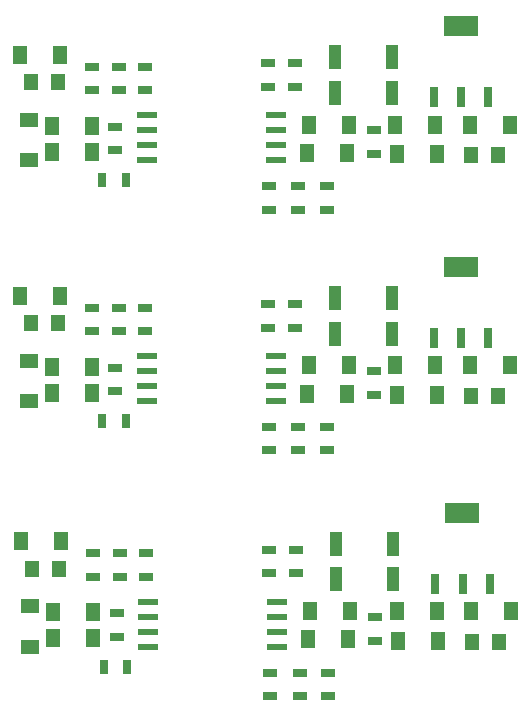
<source format=gtp>
G04 Layer_Color=8421504*
%FSTAX24Y24*%
%MOIN*%
G70*
G01*
G75*
%ADD10R,0.1181X0.0671*%
%ADD11R,0.0315X0.0671*%
%ADD12R,0.0709X0.0236*%
%ADD13R,0.0591X0.0472*%
%ADD14R,0.0472X0.0591*%
%ADD15R,0.0500X0.0550*%
%ADD16R,0.0472X0.0315*%
%ADD17R,0.0394X0.0787*%
%ADD18R,0.0315X0.0472*%
D10*
X029126Y026535D02*
D03*
X029126Y018504D02*
D03*
X029165Y010315D02*
D03*
D11*
X030031Y024173D02*
D03*
X029134D02*
D03*
X02822D02*
D03*
X030031Y016142D02*
D03*
X029134D02*
D03*
X02822D02*
D03*
X030071Y007953D02*
D03*
X029173D02*
D03*
X02826D02*
D03*
D12*
X022945Y023571D02*
D03*
Y023071D02*
D03*
Y022571D02*
D03*
Y022071D02*
D03*
X018649D02*
D03*
Y022571D02*
D03*
Y023071D02*
D03*
Y023571D02*
D03*
X022945Y015539D02*
D03*
Y015039D02*
D03*
Y014539D02*
D03*
Y014039D02*
D03*
X018649D02*
D03*
Y014539D02*
D03*
Y015039D02*
D03*
Y015539D02*
D03*
X022984Y00735D02*
D03*
Y00685D02*
D03*
Y00635D02*
D03*
Y00585D02*
D03*
X018688D02*
D03*
Y00635D02*
D03*
Y00685D02*
D03*
Y00735D02*
D03*
D13*
X014724Y023425D02*
D03*
Y022087D02*
D03*
X014724Y015394D02*
D03*
Y014055D02*
D03*
X014764Y007205D02*
D03*
Y005866D02*
D03*
D14*
X014409Y025591D02*
D03*
X015748D02*
D03*
X029409Y023268D02*
D03*
X030748D02*
D03*
X028307Y022283D02*
D03*
X026969D02*
D03*
X026929Y023268D02*
D03*
X028268D02*
D03*
X015472Y023228D02*
D03*
X016811D02*
D03*
X023976Y022323D02*
D03*
X025315D02*
D03*
X024055Y023268D02*
D03*
X025394D02*
D03*
X015472Y022362D02*
D03*
X016811D02*
D03*
X015472Y014331D02*
D03*
X016811D02*
D03*
X024055Y015236D02*
D03*
X025394D02*
D03*
X023976Y014291D02*
D03*
X025315D02*
D03*
X015472Y015197D02*
D03*
X016811D02*
D03*
X026929Y015236D02*
D03*
X028268D02*
D03*
X028307Y014252D02*
D03*
X026969D02*
D03*
X029409Y015236D02*
D03*
X030748D02*
D03*
X014409Y017559D02*
D03*
X015748D02*
D03*
X028346Y006063D02*
D03*
X027008D02*
D03*
X024016Y006102D02*
D03*
X025354D02*
D03*
X029449Y007047D02*
D03*
X030787D02*
D03*
X014449Y00937D02*
D03*
X015787D02*
D03*
X026969Y007047D02*
D03*
X028307D02*
D03*
X024094D02*
D03*
X025433D02*
D03*
X015512Y006142D02*
D03*
X01685D02*
D03*
X015512Y007008D02*
D03*
X01685D02*
D03*
D15*
X015669Y024685D02*
D03*
X014769D02*
D03*
X030354Y022244D02*
D03*
X029454D02*
D03*
X030354Y014213D02*
D03*
X029454D02*
D03*
X015669Y016654D02*
D03*
X014769D02*
D03*
X030394Y006024D02*
D03*
X029494D02*
D03*
X015709Y008465D02*
D03*
X014809D02*
D03*
D16*
X023701Y020433D02*
D03*
X023699Y02122D02*
D03*
X024647Y020433D02*
D03*
X024646Y02122D02*
D03*
X022717Y021221D02*
D03*
X022718Y020433D02*
D03*
X023583Y024528D02*
D03*
X023581Y025315D02*
D03*
X017598Y022402D02*
D03*
X017597Y023189D02*
D03*
X02622Y023071D02*
D03*
X026222Y022283D02*
D03*
X01681Y025197D02*
D03*
X016811Y024409D02*
D03*
X022676Y025315D02*
D03*
X022677Y024528D02*
D03*
X017717Y024409D02*
D03*
X017715Y025197D02*
D03*
X018583Y025197D02*
D03*
X018584Y024409D02*
D03*
X018583Y017165D02*
D03*
X018584Y016378D02*
D03*
X017717Y016378D02*
D03*
X017715Y017165D02*
D03*
X022676Y017284D02*
D03*
X022677Y016496D02*
D03*
X01681Y017165D02*
D03*
X016811Y016378D02*
D03*
X02622Y015039D02*
D03*
X026222Y014252D02*
D03*
X017598Y01437D02*
D03*
X017597Y015157D02*
D03*
X023583Y016496D02*
D03*
X023581Y017283D02*
D03*
X022717Y013189D02*
D03*
X022718Y012402D02*
D03*
X024647Y012402D02*
D03*
X024646Y013189D02*
D03*
X023701Y012402D02*
D03*
X023699Y013189D02*
D03*
X02626Y00685D02*
D03*
X026261Y006063D02*
D03*
X024686Y004213D02*
D03*
X024685Y005D02*
D03*
X02374Y004213D02*
D03*
X023739Y005D02*
D03*
X022756Y005D02*
D03*
X022757Y004213D02*
D03*
X017638Y006181D02*
D03*
X017636Y006969D02*
D03*
X018622Y008976D02*
D03*
X018623Y008189D02*
D03*
X017756Y008189D02*
D03*
X017755Y008976D02*
D03*
X022715Y009095D02*
D03*
X022717Y008307D02*
D03*
X016849Y008976D02*
D03*
X01685Y008189D02*
D03*
X023622Y008307D02*
D03*
X023621Y009094D02*
D03*
D17*
X024921Y025512D02*
D03*
Y024331D02*
D03*
X026811Y025512D02*
D03*
Y024331D02*
D03*
X026811Y01748D02*
D03*
Y016299D02*
D03*
X024921Y01748D02*
D03*
Y016299D02*
D03*
X024961Y009291D02*
D03*
Y00811D02*
D03*
X02685Y009291D02*
D03*
Y00811D02*
D03*
D18*
X017953Y021417D02*
D03*
X017165Y021416D02*
D03*
X017953Y013386D02*
D03*
X017165Y013384D02*
D03*
X017992Y005197D02*
D03*
X017205Y005195D02*
D03*
M02*

</source>
